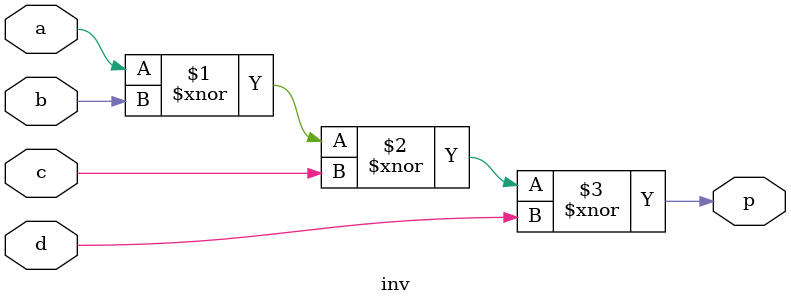
<source format=v>
`timescale 1ns / 1ps


module inv(
    input a,
    input b,
    input c,
    input d,
    output p
    );
assign p = a ~^ b ~^ c ~^ d;
endmodule

</source>
